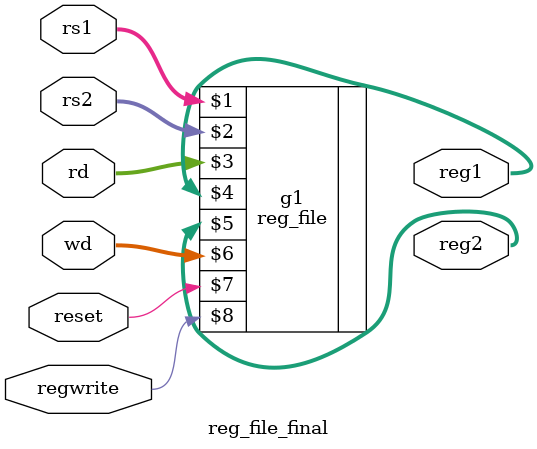
<source format=sv>

module reg_file_final #(parameter N=32) (input logic [4:0]rs1,rs2,rd, output logic [N-1:0]reg1,reg2,input logic [N-1:0]wd,input logic reset,regwrite);

reg_file g1(rs1,rs2,rd,reg1,reg2,wd,reset,regwrite);

endmodule
</source>
